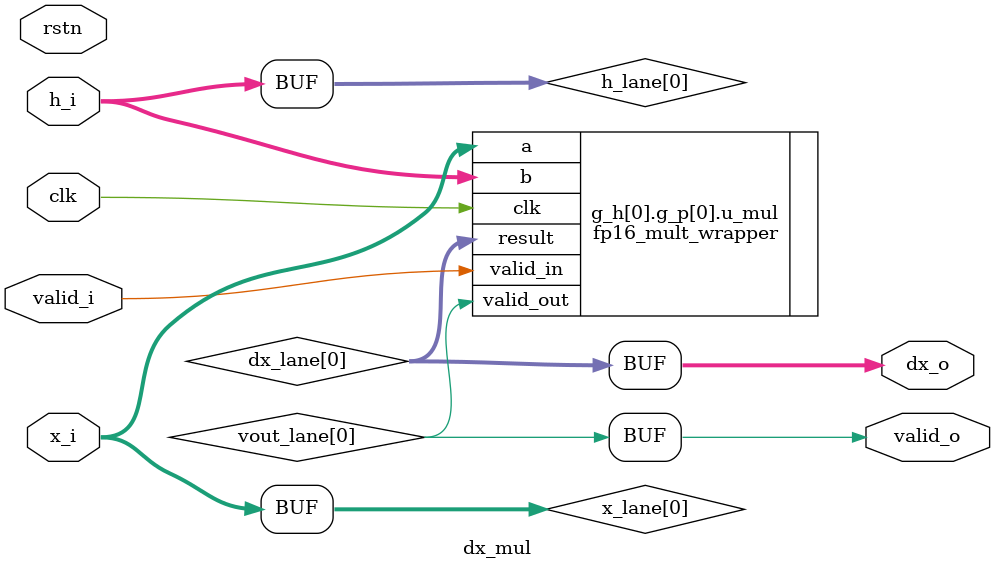
<source format=v>
module dx_mul #(
  parameter integer DW      = 16,
  parameter integer H_TILE  = 1,
  parameter integer P_TILE  = 1,
  parameter integer MUL_LAT = 6   // 참고용(내부 wrapper latency)
)(
  input  wire                          clk,
  input  wire                          rstn,
  input  wire                          valid_i,
  input  wire [H_TILE*DW-1:0]          h_i,     // delta_sp (h)
  input  wire [H_TILE*P_TILE*DW-1:0]   x_i,     // x (h*p)
  output wire [H_TILE*P_TILE*DW-1:0]   dx_o,    // dx (h*p)
  output wire                          valid_o
);

  // 슬라이스 배열
  wire [DW-1:0] h_lane    [0:H_TILE-1];
  wire [DW-1:0] x_lane    [0:H_TILE*P_TILE-1];
  wire [DW-1:0] dx_lane   [0:H_TILE*P_TILE-1];
  wire          vout_lane [0:H_TILE*P_TILE-1];

  genvar h, p;
  generate
    // h 벡터 슬라이스
    for (h = 0; h < H_TILE; h = h + 1) begin : g_h_slice
      assign h_lane[h] = h_i[DW*(h+1)-1 -: DW];
    end

    // (h,p)별 곱: x(h,p) * h(h)
    for (h = 0; h < H_TILE; h = h + 1) begin : g_h
      for (p = 0; p < P_TILE; p = p + 1) begin : g_p
        localparam integer  IDX = h*P_TILE + p;

        assign x_lane[IDX] = x_i[DW*(IDX+1)-1 -: DW];

        fp16_mult_wrapper u_mul (
          .clk       (clk),
          .valid_in  (valid_i),
          .a         (x_lane[IDX]),
          .b         (h_lane[h]),     // 같은 h에 대해 모든 p에 브로드캐스트
          .result    (dx_lane[IDX]),
          .valid_out (vout_lane[IDX])
        );

        assign dx_o[DW*(IDX+1)-1 -: DW] = dx_lane[IDX];
      end
    end
  endgenerate

  // 모든 lane이 동일 latency라고 가정 → AND 결합
  assign valid_o = vout_lane[0];  // &vout_lane;

`ifdef SIM
  // (옵션) lane valid 동기성 체크
  integer k;
  always @(posedge clk) if (rstn) begin
    for (k = 1; k < H_TILE*P_TILE; k = k + 1) begin
      if (vout_lane[k] !== vout_lane[0])
        $display("[%0t] WARN(dx_mul): lane valid mismatch: lane%0d=%b lane0=%b",
                 $time, k, vout_lane[k], vout_lane[0]);
    end
  end
`endif

endmodule

</source>
